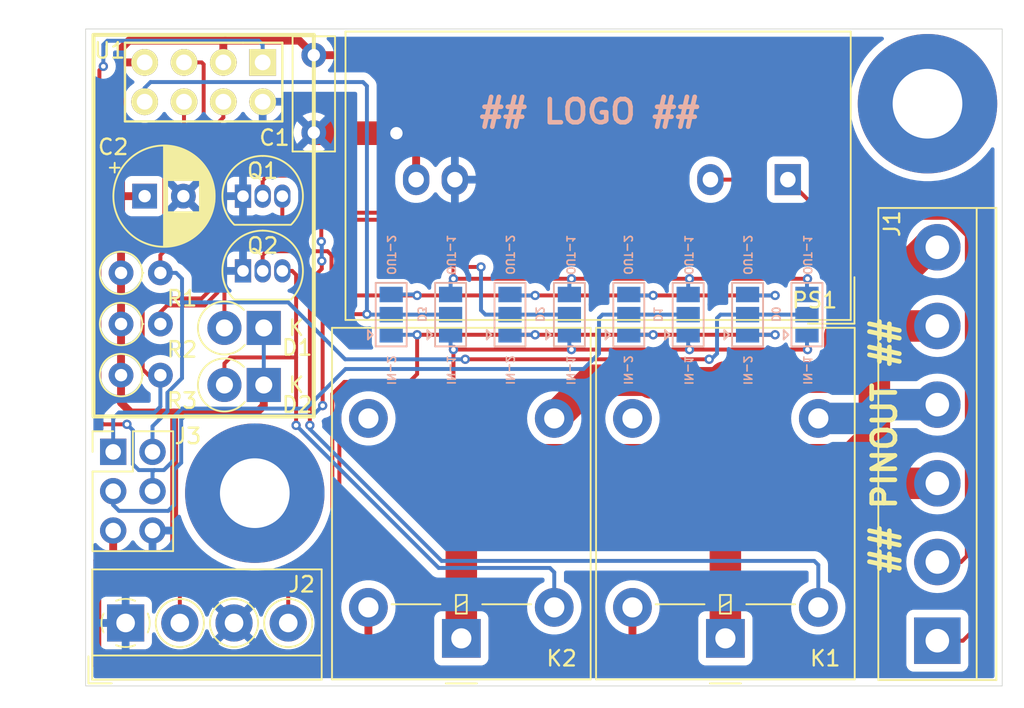
<source format=kicad_pcb>
(kicad_pcb (version 20240108) (generator "pcbnew") (generator_version "8.0")
  (layers (0 "F.Cu" signal) (31 "B.Cu" signal) (34 "B.Paste" user) (35 "F.Paste" user) (36 "B.SilkS" user "B.Silkscreen") (37 "F.SilkS" user "F.Silkscreen") (38 "B.Mask" user) (39 "F.Mask" user) (44 "Edge.Cuts" user))
  (net 0 "")
  (net 1 "+3.3V")
  (net 2 "GND")
  (net 3 "Net-(D1-A)")
  (net 4 "Net-(D2-A)")
  (net 5 "/K2-1")
  (net 6 "/AC-N")
  (net 7 "/K1-2")
  (net 8 "/K2-2")
  (net 9 "/AC-L")
  (net 10 "/K1-1")
  (net 11 "/IN-2")
  (net 12 "/IN-1")
  (net 13 "/RST")
  (net 14 "/GPIO1")
  (net 15 "/GPIO3")
  (net 16 "/GPIO0")
  (net 17 "/OUT-1")
  (net 18 "/OUT-2")
  (net 19 "/GPIO2")
  (footprint "Capacitor_THT:CP_Radial_D6.3mm_P2.50mm" (layer "F.Cu") (at 128.143 95.758)
    (property "Reference" "C2" (at -2.032 -3.175 180) (layer "F.SilkS"))
    (property "Value" "100uF")
    (pad "1" thru_hole rect (at 0 0) (size 1.6 1.6) (drill 0.8) (layers "*.Cu" "*.Mask") (net 1 "+3.3V"))
    (pad "2" thru_hole circle (at 2.5 0) (size 1.6 1.6) (drill 0.8) (layers "*.Cu" "*.Mask") (net 2 "GND"))
  )
  (footprint "Diode_THT:D_DO-41_SOD81_P2.54mm_Vertical_KathodeUp" (layer "F.Cu") (at 135.834234 104.267 180)
    (property "Reference" "D1" (at -2.159 -1.27 180) (layer "F.SilkS"))
    (property "Value" "1N4007")
    (fp_text user "K" (at -2.1 0 180) (layer "F.SilkS"))
    (pad "1" thru_hole rect (at 0 0 180) (size 2.2 2.2) (drill 1.1) (layers "*.Cu" "*.Mask") (net 1 "+3.3V"))
    (pad "2" thru_hole oval (at 2.54 0 180) (size 2.2 2.2) (drill 1.1) (layers "*.Cu" "*.Mask") (net 3 "Net-(D1-A)"))
  )
  (footprint "TerminalBlock:TerminalBlock_bornier-6_P5.08mm" (layer "F.Cu") (at 179.324 124.46 90)
    (property "Reference" "J1" (at 26.924 -2.921 -90) (layer "F.SilkS"))
    (property "Value" "Screw_Terminal_01x06")
    (pad "1" thru_hole rect (at 0 0 90) (size 3 3) (drill 1.52) (layers "*.Cu" "*.Mask") (net 9 "/AC-L"))
    (pad "2" thru_hole circle (at 5.08 0 90) (size 3 3) (drill 1.52) (layers "*.Cu" "*.Mask") (net 6 "/AC-N"))
    (pad "3" thru_hole circle (at 10.16 0 90) (size 3 3) (drill 1.52) (layers "*.Cu" "*.Mask") (net 10 "/K1-1"))
    (pad "4" thru_hole circle (at 15.24 0 90) (size 3 3) (drill 1.52) (layers "*.Cu" "*.Mask") (net 7 "/K1-2"))
    (pad "5" thru_hole circle (at 20.32 0 90) (size 3 3) (drill 1.52) (layers "*.Cu" "*.Mask") (net 5 "/K2-1"))
    (pad "6" thru_hole circle (at 25.4 0 90) (size 3 3) (drill 1.52) (layers "*.Cu" "*.Mask") (net 8 "/K2-2"))
  )
  (footprint "TerminalBlock_4Ucon:TerminalBlock_4Ucon_1x04_P3.50mm_Horizontal" (layer "F.Cu") (at 126.914 123.317)
    (property "Reference" "J2" (at 11.3636 -2.4892 0) (layer "F.SilkS"))
    (property "Value" "Screw_Terminal_01x04")
    (pad "1" thru_hole rect (at 0 0) (size 2.4 2.4) (drill 1.2) (layers "*.Cu" "*.Mask") (net 2 "GND"))
    (pad "2" thru_hole circle (at 3.5 0) (size 2.4 2.4) (drill 1.2) (layers "*.Cu" "*.Mask") (net 11 "/IN-2"))
    (pad "3" thru_hole circle (at 7 0) (size 2.4 2.4) (drill 1.2) (layers "*.Cu" "*.Mask") (net 2 "GND"))
    (pad "4" thru_hole circle (at 10.5 0) (size 2.4 2.4) (drill 1.2) (layers "*.Cu" "*.Mask") (net 12 "/IN-1"))
  )
  (footprint "Relay_THT:Relay_SPDT_Omron-G5LE-1" (layer "F.Cu") (at 165.639 124.309 180)
    (property "Reference" "K1" (at -6.446 -1.294 180) (layer "F.SilkS"))
    (property "Value" "Relay_SPDT")
    (pad "1" thru_hole rect (at 0 0 180) (size 2.5 2.5) (drill 1.3) (layers "*.Cu" "*.Mask") (net 10 "/K1-1"))
    (pad "2" thru_hole oval (at -6 2 180) (size 2.5 2.5) (drill 1.3) (layers "*.Cu" "*.Mask") (net 3 "Net-(D1-A)"))
    (pad "3" thru_hole oval (at -6 14.2 180) (size 2.5 2.5) (drill 1.3) (layers "*.Cu" "*.Mask") (net 7 "/K1-2"))
    (pad "4" thru_hole oval (at 6 14.2 180) (size 2.5 2.5) (drill 1.3) (layers "*.Cu" "*.Mask"))
    (pad "5" thru_hole oval (at 6 2 180) (size 2.5 2.5) (drill 1.3) (layers "*.Cu" "*.Mask") (net 1 "+3.3V"))
  )
  (footprint "ESP8266:ESP-01" (layer "F.Cu") (at 135.763 87.122 -90)
    (property "Reference" "U1" (at -0.762 9.8806 180) (layer "F.SilkS"))
    (property "Value" "ESP-01")
    (pad "1" thru_hole rect (at 0 0 270) (size 1.7272 1.7272) (drill 1.016) (layers "*.Cu" "*.Mask" "F.SilkS") (net 14 "/GPIO1"))
    (pad "2" thru_hole oval (at 2.54 0 270) (size 1.7272 1.7272) (drill 1.016) (layers "*.Cu" "*.Mask" "F.SilkS") (net 2 "GND"))
    (pad "3" thru_hole oval (at 0 2.54 270) (size 1.7272 1.7272) (drill 1.016) (layers "*.Cu" "*.Mask" "F.SilkS") (net 1 "+3.3V"))
    (pad "4" thru_hole oval (at 2.54 2.54 270) (size 1.7272 1.7272) (drill 1.016) (layers "*.Cu" "*.Mask" "F.SilkS") (net 19 "/GPIO2"))
    (pad "5" thru_hole oval (at 0 5.08 270) (size 1.7272 1.7272) (drill 1.016) (layers "*.Cu" "*.Mask" "F.SilkS") (net 13 "/RST"))
    (pad "6" thru_hole oval (at 2.54 5.08 270) (size 1.7272 1.7272) (drill 1.016) (layers "*.Cu" "*.Mask" "F.SilkS") (net 16 "/GPIO0"))
    (pad "7" thru_hole oval (at 0 7.62 270) (size 1.7272 1.7272) (drill 1.016) (layers "*.Cu" "*.Mask" "F.SilkS") (net 1 "+3.3V"))
    (pad "8" thru_hole oval (at 2.54 7.62 270) (size 1.7272 1.7272) (drill 1.016) (layers "*.Cu" "*.Mask" "F.SilkS") (net 15 "/GPIO3"))
  )
  (footprint "Diode_THT:D_DO-41_SOD81_P2.54mm_Vertical_KathodeUp" (layer "F.Cu") (at 135.834234 107.95 180)
    (property "Reference" "D2" (at -2.159 -1.27 180) (layer "F.SilkS"))
    (property "Value" "1N4007")
    (fp_text user "K" (at -2.1 0 180) (layer "F.SilkS"))
    (pad "1" thru_hole rect (at 0 0 180) (size 2.2 2.2) (drill 1.1) (layers "*.Cu" "*.Mask") (net 1 "+3.3V"))
    (pad "2" thru_hole oval (at 2.54 0 180) (size 2.2 2.2) (drill 1.1) (layers "*.Cu" "*.Mask") (net 4 "Net-(D2-A)"))
  )
  (footprint "Package_TO_SOT_THT:TO-92_Inline" (layer "F.Cu") (at 134.493 100.584)
    (property "Reference" "Q2" (at 1.27 -1.63 0) (layer "F.SilkS"))
    (property "Value" "2N7000")
    (pad "1" thru_hole rect (at 0 0) (size 1.05 1.5) (drill 0.75) (layers "*.Cu" "*.Mask") (net 2 "GND"))
    (pad "2" thru_hole oval (at 1.27 0) (size 1.05 1.5) (drill 0.75) (layers "*.Cu" "*.Mask") (net 18 "/OUT-2"))
    (pad "3" thru_hole oval (at 2.54 0) (size 1.05 1.5) (drill 0.75) (layers "*.Cu" "*.Mask") (net 4 "Net-(D2-A)"))
  )
  (footprint "MountingHole:MountingHole_4.5mm_Pad_TopBottom" (layer "F.Cu") (at 135.255 114.935)
    (property "Reference" "H1" (hide yes))
    (property "Value" "MountingHole")
    (pad "1" thru_hole circle (at 0 0) (size 4.9 4.9) (drill 4.5) (layers "*.Cu" "*.Mask"))
    (pad "1" connect circle (at 0 0) (size 9 9) (layers "F.Cu" "F.Mask"))
    (pad "1" connect circle (at 0 0) (size 9 9) (layers "B.Cu" "B.Mask"))
  )
  (footprint "Relay_THT:Relay_SPDT_Omron-G5LE-1" (layer "F.Cu") (at 148.59 124.309 180)
    (property "Reference" "K2" (at -6.477 -1.294 0) (layer "F.SilkS"))
    (property "Value" "Relay_SPDT")
    (pad "1" thru_hole rect (at 0 0 180) (size 2.5 2.5) (drill 1.3) (layers "*.Cu" "*.Mask") (net 5 "/K2-1"))
    (pad "2" thru_hole oval (at -6 2 180) (size 2.5 2.5) (drill 1.3) (layers "*.Cu" "*.Mask") (net 4 "Net-(D2-A)"))
    (pad "3" thru_hole oval (at -6 14.2 180) (size 2.5 2.5) (drill 1.3) (layers "*.Cu" "*.Mask") (net 8 "/K2-2"))
    (pad "4" thru_hole oval (at 6 14.2 180) (size 2.5 2.5) (drill 1.3) (layers "*.Cu" "*.Mask"))
    (pad "5" thru_hole oval (at 6 2 180) (size 2.5 2.5) (drill 1.3) (layers "*.Cu" "*.Mask") (net 1 "+3.3V"))
  )
  (footprint "MountingHole:MountingHole_4.5mm_Pad_TopBottom" (layer "F.Cu") (at 178.689 89.789)
    (property "Reference" "H2" (hide yes))
    (property "Value" "MountingHole")
    (pad "1" thru_hole circle (at 0 0) (size 4.9 4.9) (drill 4.5) (layers "*.Cu" "*.Mask"))
    (pad "1" connect circle (at 0 0) (size 9 9) (layers "F.Cu" "F.Mask"))
    (pad "1" connect circle (at 0 0) (size 9 9) (layers "B.Cu" "B.Mask"))
  )
  (footprint "Resistor_THT:R_Axial_DIN0207_L6.3mm_D2.5mm_P2.54mm_Vertical" (layer "F.Cu") (at 126.619 104.013)
    (property "Reference" "R2" (at 3.937 1.651 0) (layer "F.SilkS"))
    (property "Value" "10k")
    (pad "1" thru_hole circle (at 0 0) (size 1.6 1.6) (drill 0.8) (layers "*.Cu" "*.Mask") (net 1 "+3.3V"))
    (pad "2" thru_hole oval (at 2.54 0) (size 1.6 1.6) (drill 0.8) (layers "*.Cu" "*.Mask") (net 19 "/GPIO2"))
  )
  (footprint "Capacitor_THT:C_Rect_L7.2mm_W2.5mm_P5.00mm_FKS2_FKP2_MKS2_MKP2" (layer "F.Cu") (at 139.065 86.654 -90)
    (property "Reference" "C1" (at 5.334 2.54 180) (layer "F.SilkS"))
    (property "Value" "100nF")
    (pad "1" thru_hole circle (at 0 0 270) (size 1.6 1.6) (drill 0.8) (layers "*.Cu" "*.Mask") (net 1 "+3.3V"))
    (pad "2" thru_hole circle (at 5 0 270) (size 1.6 1.6) (drill 0.8) (layers "*.Cu" "*.Mask") (net 2 "GND"))
  )
  (footprint "Resistor_THT:R_Axial_DIN0207_L6.3mm_D2.5mm_P2.54mm_Vertical" (layer "F.Cu") (at 126.619 107.315)
    (property "Reference" "R3" (at 3.937 1.651 0) (layer "F.SilkS"))
    (property "Value" "10k")
    (pad "1" thru_hole circle (at 0 0) (size 1.6 1.6) (drill 0.8) (layers "*.Cu" "*.Mask") (net 1 "+3.3V"))
    (pad "2" thru_hole oval (at 2.54 0) (size 1.6 1.6) (drill 0.8) (layers "*.Cu" "*.Mask") (net 13 "/RST"))
  )
  (footprint "Connector_PinHeader_2.54mm:PinHeader_2x03_P2.54mm_Vertical" (layer "F.Cu") (at 126.111 112.268)
    (property "Reference" "J3" (at 4.826 -1.016 0) (layer "F.SilkS"))
    (property "Value" "Conn_02x03_Odd_Even")
    (pad "1" thru_hole rect (at 0 0) (size 1.7 1.7) (drill 1) (layers "*.Cu" "*.Mask") (net 13 "/RST"))
    (pad "2" thru_hole oval (at 2.54 0) (size 1.7 1.7) (drill 1) (layers "*.Cu" "*.Mask") (net 16 "/GPIO0"))
    (pad "3" thru_hole oval (at 0 2.54) (size 1.7 1.7) (drill 1) (layers "*.Cu" "*.Mask") (net 15 "/GPIO3"))
    (pad "4" thru_hole oval (at 2.54 2.54) (size 1.7 1.7) (drill 1) (layers "*.Cu" "*.Mask") (net 14 "/GPIO1"))
    (pad "5" thru_hole oval (at 0 5.08) (size 1.7 1.7) (drill 1) (layers "*.Cu" "*.Mask") (net 1 "+3.3V"))
    (pad "6" thru_hole oval (at 2.54 5.08) (size 1.7 1.7) (drill 1) (layers "*.Cu" "*.Mask") (net 2 "GND"))
  )
  (footprint "Converter_ACDC:Converter_ACDC_Hi-Link_HLK-2Mxx" (layer "F.Cu") (at 169.672 94.6912 180)
    (property "Reference" "PS1" (at -1.731 -7.7935 180) (layer "F.SilkS"))
    (property "Value" "HLK-2M03")
    (pad "1" thru_hole rect (at 0 0 180) (size 1.7 2) (drill 1) (layers "*.Cu" "*.Mask") (net 9 "/AC-L"))
    (pad "2" thru_hole oval (at 5 0 180) (size 1.7 2) (drill 1) (layers "*.Cu" "*.Mask") (net 6 "/AC-N"))
    (pad "3" thru_hole oval (at 21.5 0 180) (size 1.7 2) (drill 1) (layers "*.Cu" "*.Mask") (net 2 "GND"))
    (pad "4" thru_hole oval (at 24 0 180) (size 1.7 2) (drill 1) (layers "*.Cu" "*.Mask") (net 1 "+3.3V"))
  )
  (footprint "Package_TO_SOT_THT:TO-92_Inline" (layer "F.Cu") (at 134.493 95.758)
    (property "Reference" "Q1" (at 1.27 -1.63 0) (layer "F.SilkS"))
    (property "Value" "2N7000")
    (pad "1" thru_hole rect (at 0 0) (size 1.05 1.5) (drill 0.75) (layers "*.Cu" "*.Mask") (net 2 "GND"))
    (pad "2" thru_hole oval (at 1.27 0) (size 1.05 1.5) (drill 0.75) (layers "*.Cu" "*.Mask") (net 17 "/OUT-1"))
    (pad "3" thru_hole oval (at 2.54 0) (size 1.05 1.5) (drill 0.75) (layers "*.Cu" "*.Mask") (net 3 "Net-(D1-A)"))
  )
  (footprint "Resistor_THT:R_Axial_DIN0207_L6.3mm_D2.5mm_P2.54mm_Vertical" (layer "F.Cu") (at 126.619 100.711)
    (property "Reference" "R1" (at 3.937 1.651 0) (layer "F.SilkS"))
    (property "Value" "10k")
    (pad "1" thru_hole circle (at 0 0) (size 1.6 1.6) (drill 0.8) (layers "*.Cu" "*.Mask") (net 1 "+3.3V"))
    (pad "2" thru_hole oval (at 2.54 0) (size 1.6 1.6) (drill 0.8) (layers "*.Cu" "*.Mask") (net 16 "/GPIO0"))
  )
  (footprint "Jumper:SolderJumper-3_P1.3mm_Open_Pad1.0x1.5mm" (layer "B.Cu") (at 167.072 103.408 90)
    (property "Reference" "JP2" (hide yes))
    (property "Value" "SolderJumper_3_Open")
    (pad "1" smd rect (at -1.3 0 90) (size 1 1.5) (layers "B.Cu" "B.Mask") (net 11 "/IN-2"))
    (pad "2" smd rect (at 0 0 90) (size 1 1.5) (layers "B.Cu" "B.Mask") (net 16 "/GPIO0"))
    (pad "3" smd rect (at 1.3 0 90) (size 1 1.5) (layers "B.Cu" "B.Mask") (net 18 "/OUT-2"))
  )
  (footprint "Jumper:SolderJumper-3_P1.3mm_Open_Pad1.0x1.5mm" (layer "B.Cu") (at 155.567 103.408 90)
    (property "Reference" "JP5" (hide yes))
    (property "Value" "SolderJumper_3_Open")
    (pad "1" smd rect (at -1.3 0 90) (size 1 1.5) (layers "B.Cu" "B.Mask") (net 12 "/IN-1"))
    (pad "2" smd rect (at 0 0 90) (size 1 1.5) (layers "B.Cu" "B.Mask") (net 19 "/GPIO2"))
    (pad "3" smd rect (at 1.3 0 90) (size 1 1.5) (layers "B.Cu" "B.Mask") (net 17 "/OUT-1"))
  )
  (footprint "Jumper:SolderJumper-3_P1.3mm_Open_Pad1.0x1.5mm" (layer "B.Cu") (at 170.907 103.408 90)
    (property "Reference" "JP1" (hide yes))
    (property "Value" "SolderJumper_3_Open")
    (pad "1" smd rect (at -1.3 0 90) (size 1 1.5) (layers "B.Cu" "B.Mask") (net 12 "/IN-1"))
    (pad "2" smd rect (at 0 0 90) (size 1 1.5) (layers "B.Cu" "B.Mask") (net 16 "/GPIO0"))
    (pad "3" smd rect (at 1.3 0 90) (size 1 1.5) (layers "B.Cu" "B.Mask") (net 17 "/OUT-1"))
  )
  (footprint "Jumper:SolderJumper-3_P1.3mm_Open_Pad1.0x1.5mm" (layer "B.Cu") (at 144.062 103.408 90)
    (property "Reference" "JP8" (hide yes))
    (property "Value" "SolderJumper_3_Open")
    (pad "1" smd rect (at -1.3 0 90) (size 1 1.5) (layers "B.Cu" "B.Mask") (net 11 "/IN-2"))
    (pad "2" smd rect (at 0 0 90) (size 1 1.5) (layers "B.Cu" "B.Mask") (net 15 "/GPIO3"))
    (pad "3" smd rect (at 1.3 0 90) (size 1 1.5) (layers "B.Cu" "B.Mask") (net 18 "/OUT-2"))
  )
  (footprint "Jumper:SolderJumper-3_P1.3mm_Open_Pad1.0x1.5mm" (layer "B.Cu") (at 147.897 103.408 90)
    (property "Reference" "JP7" (hide yes))
    (property "Value" "SolderJumper_3_Open")
    (pad "1" smd rect (at -1.3 0 90) (size 1 1.5) (layers "B.Cu" "B.Mask") (net 12 "/IN-1"))
    (pad "2" smd rect (at 0 0 90) (size 1 1.5) (layers "B.Cu" "B.Mask") (net 15 "/GPIO3"))
    (pad "3" smd rect (at 1.3 0 90) (size 1 1.5) (layers "B.Cu" "B.Mask") (net 17 "/OUT-1"))
  )
  (footprint "Jumper:SolderJumper-3_P1.3mm_Open_Pad1.0x1.5mm" (layer "B.Cu") (at 163.237 103.408 90)
    (property "Reference" "JP3" (hide yes))
    (property "Value" "SolderJumper_3_Open")
    (pad "1" smd rect (at -1.3 0 90) (size 1 1.5) (layers "B.Cu" "B.Mask") (net 12 "/IN-1"))
    (pad "2" smd rect (at 0 0 90) (size 1 1.5) (layers "B.Cu" "B.Mask") (net 14 "/GPIO1"))
    (pad "3" smd rect (at 1.3 0 90) (size 1 1.5) (layers "B.Cu" "B.Mask") (net 17 "/OUT-1"))
  )
  (footprint "Jumper:SolderJumper-3_P1.3mm_Open_Pad1.0x1.5mm" (layer "B.Cu") (at 159.402 103.408 90)
    (property "Reference" "JP4" (hide yes))
    (property "Value" "SolderJumper_3_Open")
    (pad "1" smd rect (at -1.3 0 90) (size 1 1.5) (layers "B.Cu" "B.Mask") (net 11 "/IN-2"))
    (pad "2" smd rect (at 0 0 90) (size 1 1.5) (layers "B.Cu" "B.Mask") (net 14 "/GPIO1"))
    (pad "3" smd rect (at 1.3 0 90) (size 1 1.5) (layers "B.Cu" "B.Mask") (net 18 "/OUT-2"))
  )
  (footprint "Jumper:SolderJumper-3_P1.3mm_Open_Pad1.0x1.5mm" (layer "B.Cu") (at 151.732 103.408 90)
    (property "Reference" "JP6" (hide yes))
    (property "Value" "SolderJumper_3_Open")
    (pad "1" smd rect (at -1.3 0 90) (size 1 1.5) (layers "B.Cu" "B.Mask") (net 11 "/IN-2"))
    (pad "2" smd rect (at 0 0 90) (size 1 1.5) (layers "B.Cu" "B.Mask") (net 19 "/GPIO2"))
    (pad "3" smd rect (at 1.3 0 90) (size 1 1.5) (layers "B.Cu" "B.Mask") (net 18 "/OUT-2"))
  )
  (gr_rect (start 124.333 84.963) (end 183.515 127.381) (stroke (width 0.05)) (fill none) (layer "Edge.Cuts"))
  (gr_text "IN-1" (at 147.6248 108.0008 -90) (layer "B.SilkS") (effects (font (size 0.508 0.508) (thickness 0.1016) (bold yes)) (justify left bottom mirror)))
  (gr_text "OUT-2" (at 151.4348 100.8888 -90) (layer "B.SilkS") (effects (font (size 0.508 0.508) (thickness 0.1016) (bold yes)) (justify left bottom mirror)))
  (gr_text "D2" (at 153.356 103.946 -90) (layer "B.SilkS") (effects (font (size 0.508 0.508) (thickness 0.1016) (bold yes)) (justify left bottom mirror)))
  (gr_text "IN-2" (at 143.764 108.01 -90) (layer "B.SilkS") (effects (font (size 0.508 0.508) (thickness 0.1016) (bold yes)) (justify left bottom mirror)))
  (gr_text "OUT-2" (at 159.0548 100.8888 -90) (layer "B.SilkS") (effects (font (size 0.508 0.508) (thickness 0.1016) (bold yes)) (justify left bottom mirror)))
  (gr_text "D0" (at 168.596 103.946 -90) (layer "B.SilkS") (effects (font (size 0.508 0.508) (thickness 0.1016) (bold yes)) (justify left bottom mirror)))
  (gr_text "OUT-2" (at 143.764 100.898 -90) (layer "B.SilkS") (effects (font (size 0.508 0.508) (thickness 0.1016) (bold yes)) (justify left bottom mirror)))
  (gr_text "IN-2" (at 159.0548 108.0008 -90) (layer "B.SilkS") (effects (font (size 0.508 0.508) (thickness 0.1016) (bold yes)) (justify left bottom mirror)))
  (gr_text "OUT-1" (at 155.3464 100.898 -90) (layer "B.SilkS") (effects (font (size 0.508 0.508) (thickness 0.1016) (bold yes)) (justify left bottom mirror)))
  (gr_text "IN-1" (at 170.6372 108.0008 -90) (layer "B.SilkS") (effects (font (size 0.508 0.508) (thickness 0.1016) (bold yes)) (justify left bottom mirror)))
  (gr_text "OUT-1" (at 162.9664 100.898 -90) (layer "B.SilkS") (effects (font (size 0.508 0.508) (thickness 0.1016) (bold yes)) (justify left bottom mirror)))
  (gr_text "## LOGO ##" (at 149.606 91.186 0) (layer "B.SilkS") (effects (font (size 1.5 1.5) (thickness 0.3) (bold yes)) (justify left bottom)))
  (gr_text "D1" (at 160.976 103.946 -90) (layer "B.SilkS") (effects (font (size 0.508 0.508) (thickness 0.1016) (bold yes)) (justify left bottom mirror)))
  (gr_text "IN-2" (at 166.7764 108.01 -90) (layer "B.SilkS") (effects (font (size 0.508 0.508) (thickness 0.1016) (bold yes)) (justify left bottom mirror)))
  (gr_text "OUT-1" (at 147.6248 100.8888 -90) (layer "B.SilkS") (effects (font (size 0.508 0.508) (thickness 0.1016) (bold yes)) (justify left bottom mirror)))
  (gr_text "OUT-1" (at 170.6372 100.8888 -90) (layer "B.SilkS") (effects (font (size 0.508 0.508) (thickness 0.1016) (bold yes)) (justify left bottom mirror)))
  (gr_text "IN-1" (at 155.3464 108.01 -90) (layer "B.SilkS") (effects (font (size 0.508 0.508) (thickness 0.1016) (bold yes)) (justify left bottom mirror)))
  (gr_text "IN-1" (at 162.9664 108.01 -90) (layer "B.SilkS") (effects (font (size 0.508 0.508) (thickness 0.1016) (bold yes)) (justify left bottom mirror)))
  (gr_text "OUT-2" (at 166.7764 100.898 -90) (layer "B.SilkS") (effects (font (size 0.508 0.508) (thickness 0.1016) (bold yes)) (justify left bottom mirror)))
  (gr_text "D3" (at 145.736 103.946 -90) (layer "B.SilkS") (effects (font (size 0.508 0.508) (thickness 0.1016) (bold yes)) (justify left bottom mirror)))
  (gr_text "IN-2" (at 151.4348 108.0008 -90) (layer "B.SilkS") (effects (font (size 0.508 0.508) (thickness 0.1016) (bold yes)) (justify left bottom mirror)))
  (gr_text "## PINOUT ##" (at 176.784 120.269 90) (layer "F.SilkS") (effects (font (size 1.5 1.5) (thickness 0.3) (bold yes)) (justify left bottom)))
  (segment (start 126.619 104.013) (end 126.619 100.711) (width 0.508) (layer "F.Cu") (net 1))
  (segment (start 133.223 85.844) (end 133.35 85.717) (width 0.508) (layer "F.Cu") (net 1))
  (segment (start 128.143 95.758) (end 126.619 95.758) (width 0.508) (layer "F.Cu") (net 1))
  (segment (start 126.619 109.093) (end 126.619 107.315) (width 0.508) (layer "F.Cu") (net 1))
  (segment (start 130.048 118.364) (end 129.54 118.872) (width 0.508) (layer "F.Cu") (net 1))
  (segment (start 142.494 126.492) (end 159.258 126.492) (width 0.508) (layer "F.Cu") (net 1))
  (segment (start 126.619 86.233) (end 127.135 85.717) (width 0.508) (layer "F.Cu") (net 1))
  (segment (start 133.223 87.122) (end 133.223 85.844) (width 0.508) (layer "F.Cu") (net 1))
  (segment (start 130.048 109.728) (end 127.254 109.728) (width 0.508) (layer "F.Cu") (net 1))
  (segment (start 142.59 126.396) (end 142.59 122.309) (width 0.508) (layer "F.Cu") (net 1))
  (segment (start 145.672 94.6912) (end 145.672 87.252) (width 0.508) (layer "F.Cu") (net 1))
  (segment (start 125.476 118.872) (end 125.087 119.261) (width 0.508) (layer "F.Cu") (net 1))
  (segment (start 125.087 126.103) (end 125.476 126.492) (width 0.508) (layer "F.Cu") (net 1))
  (segment (start 129.54 118.872) (end 126.238 118.872) (width 0.508) (layer "F.Cu") (net 1))
  (segment (start 135.834234 107.95) (end 135.834234 109.275766) (width 0.508) (layer "F.Cu") (net 1))
  (segment (start 126.619 87.122) (end 126.619 86.233) (width 0.508) (layer "F.Cu") (net 1))
  (segment (start 130.048 109.728) (end 130.048 118.364) (width 0.508) (layer "F.Cu") (net 1))
  (segment (start 135.834234 109.275766) (end 135.382 109.728) (width 0.508) (layer "F.Cu") (net 1))
  (segment (start 126.619 100.711) (end 126.619 95.758) (width 0.508) (layer "F.Cu") (net 1))
  (segment (start 135.382 109.728) (end 130.048 109.728) (width 0.508) (layer "F.Cu") (net 1))
  (segment (start 125.476 126.492) (end 142.494 126.492) (width 0.508) (layer "F.Cu") (net 1))
  (segment (start 126.111 117.348) (end 126.111 118.745) (width 0.508) (layer "F.Cu") (net 1))
  (segment (start 126.619 95.758) (end 126.619 87.122) (width 0.508) (layer "F.Cu") (net 1))
  (segment (start 138.128 85.717) (end 139.065 86.654) (width 0.508) (layer "F.Cu") (net 1))
  (segment (start 126.619 87.122) (end 128.143 87.122) (width 0.508) (layer "F.Cu") (net 1))
  (segment (start 142.494 126.492) (end 142.59 126.396) (width 0.508) (layer "F.Cu") (net 1))
  (segment (start 133.35 85.717) (end 138.128 85.717) (width 0.508) (layer "F.Cu") (net 1))
  (segment (start 145.672 87.252) (end 145.074 86.654) (width 0.508) (layer "F.Cu") (net 1))
  (segment (start 126.619 107.315) (end 126.619 104.013) (width 0.508) (layer "F.Cu") (net 1))
  (segment (start 159.258 126.492) (end 159.639 126.111) (width 0.508) (layer "F.Cu") (net 1))
  (segment (start 159.639 126.111) (end 159.639 122.309) (width 0.508) (layer "F.Cu") (net 1))
  (segment (start 145.074 86.654) (end 139.065 86.654) (width 0.508) (layer "F.Cu") (net 1))
  (segment (start 127.254 109.728) (end 126.619 109.093) (width 0.508) (layer "F.Cu") (net 1))
  (segment (start 125.087 119.261) (end 125.087 126.103) (width 0.508) (layer "F.Cu") (net 1))
  (segment (start 126.111 118.745) (end 126.238 118.872) (width 0.508) (layer "F.Cu") (net 1))
  (segment (start 126.238 118.872) (end 125.476 118.872) (width 0.508) (layer "F.Cu") (net 1))
  (segment (start 127.135 85.717) (end 133.35 85.717) (width 0.508) (layer "F.Cu") (net 1))
  (segment (start 135.834234 104.267) (end 135.834234 107.95) (width 0.254) (layer "B.Cu") (net 1))
  (segment (start 139.105 91.694) (end 139.065 91.654) (width 1.524) (layer "F.Cu") (net 2))
  (segment (start 144.399 91.694) (end 139.105 91.694) (width 1.524) (layer "F.Cu") (net 2))
  (via (at 144.399 91.694) (size 1.6) (drill 0.8) (layers "F.Cu" "B.Cu") (net 2))
  (segment (start 138.808711 101.221289) (end 139.578144 100.451856) (width 0.254) (layer "F.Cu") (net 3))
  (segment (start 139.5476 97.536) (end 139.2936 97.282) (width 0.254) (layer "F.Cu") (net 3))
  (segment (start 139.578144 100.451856) (end 139.578144 99.941) (width 0.254) (layer "F.Cu") (net 3))
  (segment (start 133.5405 97.282) (end 137.033 97.282) (width 0.254) (layer "F.Cu") (net 3))
  (segment (start 133.294234 104.267) (end 133.294234 97.528266) (width 0.254) (layer "F.Cu") (net 3))
  (segment (start 137.033 95.758) (end 137.033 97.282) (width 0.254) (layer "F.Cu") (net 3))
  (segment (start 139.5476 98.687) (end 139.5476 97.536) (width 0.254) (layer "F.Cu") (net 3))
  (segment (start 138.808711 110.554999) (end 138.808711 101.221289) (width 0.254) (layer "F.Cu") (net 3))
  (segment (start 139.2936 97.282) (end 137.033 97.282) (width 0.254) (layer "F.Cu") (net 3))
  (segment (start 133.294234 97.528266) (end 133.5405 97.282) (width 0.254) (layer "F.Cu") (net 3))
  (via (at 139.578144 99.941) (size 0.6) (drill 0.3) (layers "F.Cu" "B.Cu") (net 3))
  (via (at 139.5476 98.687) (size 0.6) (drill 0.3) (layers "F.Cu" "B.Cu") (net 3))
  (via (at 138.808711 110.554999) (size 0.6) (drill 0.3) (layers "F.Cu" "B.Cu") (net 3))
  (segment (start 139.5476 98.687) (end 139.578144 98.717544) (width 0.254) (layer "B.Cu") (net 3))
  (segment (start 171.639 119.569) (end 171.378 119.308) (width 0.254) (layer "B.Cu") (net 3))
  (segment (start 171.378 119.308) (end 147.317052 119.308) (width 0.254) (layer "B.Cu") (net 3))
  (segment (start 138.808711 110.799659) (end 138.808711 110.554999) (width 0.254) (layer "B.Cu") (net 3))
  (segment (start 171.639 122.309) (end 171.639 119.569) (width 0.254) (layer "B.Cu") (net 3))
  (segment (start 147.317052 119.308) (end 138.808711 110.799659) (width 0.254) (layer "B.Cu") (net 3))
  (segment (start 139.578144 98.717544) (end 139.578144 99.941) (width 0.254) (layer "B.Cu") (net 3))
  (segment (start 137.922 106.172) (end 137.922 100.838) (width 0.254) (layer "F.Cu") (net 4))
  (segment (start 137.922 100.838) (end 137.668 100.584) (width 0.254) (layer "F.Cu") (net 4))
  (segment (start 133.294234 107.95) (end 133.294234 106.565066) (width 0.254) (layer "F.Cu") (net 4))
  (segment (start 133.6873 106.172) (end 137.922 106.172) (width 0.254) (layer "F.Cu") (net 4))
  (segment (start 137.668 100.584) (end 137.033 100.584) (width 0.254) (layer "F.Cu") (net 4))
  (segment (start 133.294234 106.565066) (end 133.6873 106.172) (width 0.254) (layer "F.Cu") (net 4))
  (segment (start 137.922 110.555) (end 137.922 106.172) (width 0.254) (layer "F.Cu") (net 4))
  (via (at 137.922 110.555) (size 0.6) (drill 0.3) (layers "F.Cu" "B.Cu") (net 4))
  (segment (start 154.59 122.309) (end 154.59 120.046) (width 0.254) (layer "B.Cu") (net 4))
  (segment (start 147.128999 119.762) (end 137.922 110.555001) (width 0.254) (layer "B.Cu") (net 4))
  (segment (start 154.306 119.762) (end 147.128999 119.762) (width 0.254) (layer "B.Cu") (net 4))
  (segment (start 137.922 110.555001) (end 137.922 110.555) (width 0.254) (layer "B.Cu") (net 4))
  (segment (start 154.59 120.046) (end 154.306 119.762) (width 0.254) (layer "B.Cu") (net 4))
  (segment (start 148.59 114.046) (end 148.59 124.309) (width 2.032) (layer "F.Cu") (net 5))
  (segment (start 175.26 105.664) (end 175.26 111.252) (width 2.032) (layer "F.Cu") (net 5))
  (segment (start 149.86 112.776) (end 148.59 114.046) (width 2.032) (layer "F.Cu") (net 5))
  (segment (start 175.26 111.252) (end 173.736 112.776) (width 2.032) (layer "F.Cu") (net 5))
  (segment (start 176.784 104.14) (end 175.26 105.664) (width 2.032) (layer "F.Cu") (net 5))
  (segment (start 179.324 104.14) (end 176.784 104.14) (width 2.032) (layer "F.Cu") (net 5))
  (segment (start 173.736 112.776) (end 149.86 112.776) (width 2.032) (layer "F.Cu") (net 5))
  (segment (start 166.3192 94.6912) (end 168.783 97.155) (width 0.254) (layer "F.Cu") (net 6))
  (segment (start 181.229 118.999) (end 180.848 119.38) (width 0.254) (layer "F.Cu") (net 6))
  (segment (start 180.078948 97.155) (end 181.229 98.305052) (width 0.254) (layer "F.Cu") (net 6))
  (segment (start 181.229 98.305052) (end 181.229 118.999) (width 0.254) (layer "F.Cu") (net 6))
  (segment (start 164.672 94.6912) (end 166.3192 94.6912) (width 0.254) (layer "F.Cu") (net 6))
  (segment (start 180.848 119.38) (end 179.324 119.38) (width 0.254) (layer "F.Cu") (net 6))
  (segment (start 168.783 97.155) (end 180.078948 97.155) (width 0.254) (layer "F.Cu") (net 6))
  (segment (start 175.768 109.22) (end 174.879 110.109) (width 2.032) (layer "B.Cu") (net 7))
  (segment (start 174.879 110.109) (end 171.639 110.109) (width 2.032) (layer "B.Cu") (net 7))
  (segment (start 179.324 109.22) (end 175.768 109.22) (width 2.032) (layer "B.Cu") (net 7))
  (segment (start 154.59 110.109) (end 157.056 107.643) (width 2.032) (layer "F.Cu") (net 8))
  (segment (start 165.584948 107.442) (end 172.212 107.442) (width 2.032) (layer "F.Cu") (net 8))
  (segment (start 173.028 106.626) (end 173.028 104.739476) (width 2.032) (layer "F.Cu") (net 8))
  (segment (start 160.660451 107.643) (end 160.824451 107.807) (width 2.032) (layer "F.Cu") (net 8))
  (segment (start 172.212 107.442) (end 173.028 106.626) (width 2.032) (layer "F.Cu") (net 8))
  (segment (start 160.824451 107.807) (end 165.219948 107.807) (width 2.032) (layer "F.Cu") (net 8))
  (segment (start 173.028 104.739476) (end 178.707476 99.06) (width 2.032) (layer "F.Cu") (net 8))
  (segment (start 165.219948 107.807) (end 165.584948 107.442) (width 2.032) (layer "F.Cu") (net 8))
  (segment (start 178.707476 99.06) (end 179.324 99.06) (width 2.032) (layer "F.Cu") (net 8))
  (segment (start 157.056 107.643) (end 160.660451 107.643) (width 2.032) (layer "F.Cu") (net 8))
  (segment (start 180.975 124.46) (end 181.683 123.752) (width 0.254) (layer "F.Cu") (net 9))
  (segment (start 181.683 123.752) (end 181.683 98.117) (width 0.254) (layer "F.Cu") (net 9))
  (segment (start 181.683 98.117) (end 180.267 96.701) (width 0.254) (layer "F.Cu") (net 9))
  (segment (start 179.324 124.46) (end 180.975 124.46) (width 0.254) (layer "F.Cu") (net 9))
  (segment (start 171.6818 96.701) (end 169.672 94.6912) (width 0.254) (layer "F.Cu") (net 9))
  (segment (start 180.267 96.701) (end 171.6818 96.701) (width 0.254) (layer "F.Cu") (net 9))
  (segment (start 165.639 124.309) (end 165.639 116.247) (width 2.032) (layer "F.Cu") (net 10))
  (segment (start 165.639 116.247) (end 166.878 115.008) (width 2.032) (layer "F.Cu") (net 10))
  (segment (start 166.878 115.008) (end 174.660524 115.008) (width 2.032) (layer "F.Cu") (net 10))
  (segment (start 174.660524 115.008) (end 175.368524 114.3) (width 2.032) (layer "F.Cu") (net 10))
  (segment (start 175.368524 114.3) (end 179.324 114.3) (width 2.032) (layer "F.Cu") (net 10))
  (segment (start 160.976 104.708) (end 168.85 104.708) (width 0.254) (layer "F.Cu") (net 11))
  (segment (start 130.756 120.704) (end 130.414 121.046) (width 0.254) (layer "F.Cu") (net 11))
  (segment (start 145.736 104.708) (end 153.356 104.708) (width 0.254) (layer "F.Cu") (net 11))
  (segment (start 140.262 120.461948) (end 140.019948 120.704) (width 0.254) (layer "F.Cu") (net 11))
  (segment (start 145.736 107.248) (end 145.234 107.75) (width 0.254) (layer "F.Cu") (net 11))
  (segment (start 141.035947 107.75) (end 140.262 108.523947) (width 0.254) (layer "F.Cu") (net 11))
  (segment (start 153.356 104.708) (end 160.976 104.708) (width 0.254) (layer "F.Cu") (net 11))
  (segment (start 145.736 104.708) (end 145.736 107.248) (width 0.254) (layer "F.Cu") (net 11))
  (segment (start 140.019948 120.704) (end 130.756 120.704) (width 0.254) (layer "F.Cu") (net 11))
  (segment (start 140.262 108.523947) (end 140.262 120.461948) (width 0.254) (layer "F.Cu") (net 11))
  (segment (start 145.234 107.75) (end 141.035947 107.75) (width 0.254) (layer "F.Cu") (net 11))
  (segment (start 130.414 121.046) (end 130.414 123.317) (width 0.254) (layer "F.Cu") (net 11))
  (via (at 153.356 104.708) (size 0.6) (drill 0.3) (layers "F.Cu" "B.Cu") (net 11))
  (via (at 145.736 104.708) (size 0.6) (drill 0.3) (layers "F.Cu" "B.Cu") (net 11))
  (via (at 168.85 104.708) (size 0.6) (drill 0.3) (layers "F.Cu" "B.Cu") (net 11))
  (via (at 160.976 104.708) (size 0.6) (drill 0.3) (layers "F.Cu" "B.Cu") (net 11))
  (segment (start 168.85 104.708) (end 167.072 104.708) (width 0.254) (layer "B.Cu") (net 11))
  (segment (start 144.062 104.708) (end 145.736 104.708) (width 0.254) (layer "B.Cu") (net 11))
  (segment (start 151.732 104.708) (end 153.356 104.708) (width 0.254) (layer "B.Cu") (net 11))
  (segment (start 159.402 104.708) (end 160.976 104.708) (width 0.254) (layer "B.Cu") (net 11))
  (segment (start 148.082 105.664) (end 148.082 107.95) (width 0.254) (layer "F.Cu") (net 12))
  (segment (start 155.702 105.664) (end 148.082 105.664) (width 0.254) (layer "F.Cu") (net 12))
  (segment (start 148.082 107.95) (end 147.828 108.204) (width 0.254) (layer "F.Cu") (net 12))
  (segment (start 141.224 108.204) (end 147.828 108.204) (width 0.254) (layer "F.Cu") (net 12))
  (segment (start 137.414 121.412) (end 137.668 121.158) (width 0.254) (layer "F.Cu") (net 12))
  (segment (start 163.322 105.664) (end 155.702 105.664) (width 0.254) (layer "F.Cu") (net 12))
  (segment (start 140.716 108.712) (end 141.224 108.204) (width 0.254) (layer "F.Cu") (net 12))
  (segment (start 170.942 105.664) (end 163.322 105.664) (width 0.254) (layer "F.Cu") (net 12))
  (segment (start 140.716 120.65) (end 140.716 108.712) (width 0.254) (layer "F.Cu") (net 12))
  (segment (start 137.414 123.317) (end 137.414 121.412) (width 0.254) (layer "F.Cu") (net 12))
  (segment (start 140.208 121.158) (end 140.716 120.65) (width 0.254) (layer "F.Cu") (net 12))
  (segment (start 137.668 121.158) (end 140.208 121.158) (width 0.254) (layer "F.Cu") (net 12))
  (via (at 155.702 105.664) (size 0.6) (drill 0.3) (layers "F.Cu" "B.Cu") (net 12))
  (via (at 148.082 105.664) (size 0.6) (drill 0.3) (layers "F.Cu" "B.Cu") (net 12))
  (via (at 163.322 105.664) (size 0.6) (drill 0.3) (layers "F.Cu" "B.Cu") (net 12))
  (via (at 170.942 105.664) (size 0.6) (drill 0.3) (layers "F.Cu" "B.Cu") (net 12))
  (segment (start 163.237 104.708) (end 163.237 105.579) (width 0.254) (layer "B.Cu") (net 12))
  (segment (start 170.907 104.708) (end 170.907 105.629) (width 0.254) (layer "B.Cu") (net 12))
  (segment (start 155.567 105.529) (end 155.702 105.664) (width 0.254) (layer "B.Cu") (net 12))
  (segment (start 163.237 105.579) (end 163.322 105.664) (width 0.254) (layer "B.Cu") (net 12))
  (segment (start 170.907 105.629) (end 170.942 105.664) (width 0.254) (layer "B.Cu") (net 12))
  (segment (start 155.567 104.708) (end 155.567 105.529) (width 0.254) (layer "B.Cu") (net 12))
  (segment (start 147.897 105.479) (end 148.082 105.664) (width 0.254) (layer "B.Cu") (net 12))
  (segment (start 147.897 104.708) (end 147.897 105.479) (width 0.254) (layer "B.Cu") (net 12))
  (segment (start 128.524 102.362) (end 131.826 102.362) (width 0.254) (layer "F.Cu") (net 13))
  (segment (start 131.953 87.249) (end 131.826 87.122) (width 0.254) (layer "F.Cu") (net 13))
  (segment (start 131.826 102.362) (end 132.386234 101.801766) (width 0.254) (layer "F.Cu") (net 13))
  (segment (start 131.953 90.678) (end 131.953 87.249) (width 0.254) (layer "F.Cu") (net 13))
  (segment (start 132.386234 91.111234) (end 131.953 90.678) (width 0.254) (layer "F.Cu") (net 13))
  (segment (start 128.016 106.934) (end 128.016 102.87) (width 0.254) (layer "F.Cu") (net 13))
  (segment (start 132.386234 101.801766) (end 132.386234 91.111234) (width 0.254) (layer "F.Cu") (net 13))
  (segment (start 128.397 107.315) (end 128.016 106.934) (width 0.254) (layer "F.Cu") (net 13))
  (segment (start 131.826 87.122) (end 130.683 87.122) (width 0.254) (layer "F.Cu") (net 13))
  (segment (start 128.016 102.87) (end 128.524 102.362) (width 0.254) (layer "F.Cu") (net 13))
  (segment (start 129.159 107.315) (end 128.397 107.315) (width 0.254) (layer "F.Cu") (net 13))
  (segment (start 126.111 110.109) (end 126.111 112.268) (width 0.254) (layer "B.Cu") (net 13))
  (segment (start 126.492 109.728) (end 126.111 110.109) (width 0.254) (layer "B.Cu") (net 13))
  (segment (start 129.159 107.315) (end 129.159 109.347) (width 0.254) (layer "B.Cu") (net 13))
  (segment (start 129.159 109.347) (end 128.778 109.728) (width 0.254) (layer "B.Cu") (net 13))
  (segment (start 128.778 109.728) (end 126.492 109.728) (width 0.254) (layer "B.Cu") (net 13))
  (segment (start 125.476 87.376) (end 125.222 87.63) (width 0.254) (layer "F.Cu") (net 14))
  (segment (start 125.222 110.236) (end 125.476 110.49) (width 0.254) (layer "F.Cu") (net 14))
  (segment (start 125.476 110.49) (end 127 110.49) (width 0.254) (layer "F.Cu") (net 14))
  (segment (start 125.222 87.63) (end 125.222 110.236) (width 0.254) (layer "F.Cu") (net 14))
  (via (at 125.476 87.376) (size 0.6) (drill 0.3) (layers "F.Cu" "B.Cu") (net 14))
  (via (at 127 110.49) (size 0.6) (drill 0.3) (layers "F.Cu" "B.Cu") (net 14))
  (segment (start 128.651 114.808) (end 128.651 113.572) (width 0.254) (layer "B.Cu") (net 14))
  (segment (start 125.476 87.376) (end 125.476 85.979) (width 0.254) (layer "B.Cu") (net 14))
  (segment (start 135.763 85.979) (end 135.763 87.122) (width 0.254) (layer "B.Cu") (net 14))
  (segment (start 157.704 103.408) (end 157.48 103.632) (width 0.254) (layer "B.Cu") (net 14))
  (segment (start 138.557 109.474) (end 130.556 109.474) (width 0.254) (layer "B.Cu") (net 14))
  (segment (start 127.381 113.064) (end 127.381 110.871) (width 0.254) (layer "B.Cu") (net 14))
  (segment (start 127.762 113.445) (end 127.381 113.064) (width 0.254) (layer "B.Cu") (net 14))
  (segment (start 135.509 85.725) (end 135.763 85.979) (width 0.254) (layer "B.Cu") (net 14))
  (segment (start 159.402 103.408) (end 157.704 103.408) (width 0.254) (layer "B.Cu") (net 14))
  (segment (start 130.048 112.782765) (end 129.385765 113.445) (width 0.254) (layer "B.Cu") (net 14))
  (segment (start 127.381 110.871) (end 127 110.49) (width 0.254) (layer "B.Cu") (net 14))
  (segment (start 141.113 106.918) (end 138.557 109.474) (width 0.254) (layer "B.Cu") (net 14))
  (segment (start 130.048 109.982) (end 130.048 112.782765) (width 0.254) (layer "B.Cu") (net 14))
  (segment (start 156.48 106.918) (end 141.113 106.918) (width 0.254) (layer "B.Cu") (net 14))
  (segment (start 128.651 113.572) (end 128.778 113.445) (width 0.254) (layer "B.Cu") (net 14))
  (segment (start 157.48 103.632) (end 157.48 105.918) (width 0.254) (layer "B.Cu") (net 14))
  (segment (start 157.48 105.918) (end 156.48 106.918) (width 0.254) (layer "B.Cu") (net 14))
  (segment (start 129.385765 113.445) (end 128.778 113.445) (width 0.254) (layer "B.Cu") (net 14))
  (segment (start 125.73 85.725) (end 135.509 85.725) (width 0.254) (layer "B.Cu") (net 14))
  (segment (start 128.778 113.445) (end 127.762 113.445) (width 0.254) (layer "B.Cu") (net 14))
  (segment (start 125.476 85.979) (end 125.73 85.725) (width 0.254) (layer "B.Cu") (net 14))
  (segment (start 130.556 109.474) (end 130.048 109.982) (width 0.254) (layer "B.Cu") (net 14))
  (segment (start 159.402 103.408) (end 163.237 103.408) (width 0.254) (layer "B.Cu") (net 14))
  (segment (start 139.984 103.378) (end 139.635001 103.726999) (width 0.254) (layer "F.Cu") (net 15))
  (segment (start 139.635001 103.726999) (end 139.635001 109.282711) (width 0.254) (layer "F.Cu") (net 15))
  (segment (start 142.494 103.378) (end 139.984 103.378) (width 0.254) (layer "F.Cu") (net 15))
  (via (at 142.494 103.378) (size 0.6) (drill 0.3) (layers "F.Cu" "B.Cu") (net 15))
  (via (at 139.635001 109.282711) (size 0.6) (drill 0.3) (layers "F.Cu" "B.Cu") (net 15))
  (segment (start 126.492 116.078) (end 126.111 115.697) (width 0.254) (layer "B.Cu") (net 15))
  (segment (start 142.24 88.392) (end 142.494 88.646) (width 0.254) (layer "B.Cu") (net 15))
  (segment (start 130.048 115.697) (end 129.667 116.078) (width 0.254) (layer "B.Cu") (net 15))
  (segment (start 128.143 89.662) (end 128.143 88.773) (width 0.254) (layer "B.Cu") (net 15))
  (segment (start 128.524 88.392) (end 142.24 88.392) (width 0.254) (layer "B.Cu") (net 15))
  (segment (start 142.494 88.646) (end 142.494 103.378) (width 0.254) (layer "B.Cu") (net 15))
  (segment (start 144.062 103.408) (end 142.524 103.408) (width 0.254) (layer "B.Cu") (net 15))
  (segment (start 130.744052 109.928) (end 130.502 110.170052) (width 0.254) (layer "B.Cu") (net 15))
  (segment (start 126.111 115.697) (end 126.111 114.808) (width 0.254) (layer "B.Cu") (net 15))
  (segment (start 139.635001 109.282711) (end 138.989712 109.928) (width 0.254) (layer "B.Cu") (net 15))
  (segment (start 130.048 113.424818) (end 130.048 115.697) (width 0.254) (layer "B.Cu") (net 15))
  (segment (start 128.143 88.773) (end 128.524 88.392) (width 0.254) (layer "B.Cu") (net 15))
  (segment (start 142.524 103.408) (end 142.494 103.378) (width 0.254) (layer "B.Cu") (net 15))
  (segment (start 130.502 110.170052) (end 130.502 112.970818) (width 0.254) (layer "B.Cu") (net 15))
  (segment (start 129.667 116.078) (end 126.492 116.078) (width 0.254) (layer "B.Cu") (net 15))
  (segment (start 130.502 112.970818) (end 130.048 113.424818) (width 0.254) (layer "B.Cu") (net 15))
  (segment (start 138.989712 109.928) (end 130.744052 109.928) (width 0.254) (layer "B.Cu") (net 15))
  (segment (start 144.062 103.408) (end 147.897 103.408) (width 0.254) (layer "B.Cu") (net 15))
  (segment (start 148.844 106.291) (end 164.592 106.291) (width 0.254) (layer "F.Cu") (net 16))
  (segment (start 129.413 93.345) (end 130.683 92.075) (width 0.254) (layer "F.Cu") (net 16))
  (segment (start 129.159 99.568) (end 129.413 99.314) (width 0.254) (layer "F.Cu") (net 16))
  (segment (start 130.683 92.075) (end 130.683 89.662) (width 0.254) (layer "F.Cu") (net 16))
  (segment (start 129.413 99.314) (end 129.413 93.345) (width 0.254) (layer "F.Cu") (net 16))
  (segment (start 129.159 100.711) (end 129.159 99.568) (width 0.254) (layer "F.Cu") (net 16))
  (via (at 148.844 106.291) (size 0.6) (drill 0.3) (layers "F.Cu" "B.Cu") (net 16))
  (via (at 164.592 106.291) (size 0.6) (drill 0.3) (layers "F.Cu" "B.Cu") (net 16))
  (segment (start 165.324 103.408) (end 167.072 103.408) (width 0.254) (layer "B.Cu") (net 16))
  (segment (start 141.089 106.291) (end 148.844 106.291) (width 0.254) (layer "B.Cu") (net 16))
  (segment (start 165.1 105.918) (end 165.1 103.632) (width 0.254) (layer "B.Cu") (net 16))
  (segment (start 130.556 102.616) (end 130.556 107.511819) (width 0.254) (layer "B.Cu") (net 16))
  (segment (start 130.175 100.711) (end 130.556 101.092) (width 0.254) (layer "B.Cu") (net 16))
  (segment (start 130.556 107.511819) (end 129.613 108.454819) (width 0.254) (layer "B.Cu") (net 16))
  (segment (start 128.651 110.617) (end 128.651 112.268) (width 0.254) (layer "B.Cu") (net 16))
  (segment (start 129.613 108.454819) (end 129.613 109.655) (width 0.254) (layer "B.Cu") (net 16))
  (segment (start 130.556 102.616) (end 137.414 102.616) (width 0.254) (layer "B.Cu") (net 16))
  (segment (start 167.072 103.408) (end 170.907 103.408) (width 0.254) (layer "B.Cu") (net 16))
  (segment (start 130.556 101.092) (end 130.556 102.616) (width 0.254) (layer "B.Cu") (net 16))
  (segment (start 164.592 106.291) (end 164.727 106.291) (width 0.254) (layer "B.Cu") (net 16))
  (segment (start 129.613 109.655) (end 128.651 110.617) (width 0.254) (layer "B.Cu") (net 16))
  (segment (start 137.414 102.616) (end 141.089 106.291) (width 0.254) (layer "B.Cu") (net 16))
  (segment (start 129.159 100.711) (end 130.175 100.711) (width 0.254) (layer "B.Cu") (net 16))
  (segment (start 165.1 103.632) (end 165.324 103.408) (width 0.254) (layer "B.Cu") (net 16))
  (segment (start 164.727 106.291) (end 165.1 105.918) (width 0.254) (layer "B.Cu") (net 16))
  (segment (start 136.071 94.434) (end 135.763 94.742) (width 0.254) (layer "F.Cu") (net 17))
  (segment (start 147.828 97.282) (end 140.716 97.282) (width 0.254) (layer "F.Cu") (net 17))
  (segment (start 148.082 101.092) (end 148.082 97.536) (width 0.254) (layer "F.Cu") (net 17))
  (segment (start 148.082 97.536) (end 147.828 97.282) (width 0.254) (layer "F.Cu") (net 17))
  (segment (start 139.9 94.434) (end 136.071 94.434) (width 0.254) (layer "F.Cu") (net 17))
  (segment (start 135.763 94.742) (end 135.763 95.758) (width 0.254) (layer "F.Cu") (net 17))
  (segment (start 148.082 101.092) (end 155.702 101.092) (width 0.254) (layer "F.Cu") (net 17))
  (segment (start 140.208 96.774) (end 140.208 94.742) (width 0.254) (layer "F.Cu") (net 17))
  (segment (start 170.942 101.092) (end 163.322 101.092) (width 0.254) (layer "F.Cu") (net 17))
  (segment (start 155.702 101.092) (end 163.322 101.092) (width 0.254) (layer "F.Cu") (net 17))
  (segment (start 140.208 94.742) (end 139.9 94.434) (width 0.254) (layer "F.Cu") (net 17))
  (segment (start 140.716 97.282) (end 140.208 96.774) (width 0.254) (layer "F.Cu") (net 17))
  (via (at 163.322 101.092) (size 0.6) (drill 0.3) (layers "F.Cu" "B.Cu") (net 17))
  (via (at 170.942 101.092) (size 0.6) (drill 0.3) (layers "F.Cu" "B.Cu") (net 17))
  (via (at 155.702 101.092) (size 0.6) (drill 0.3) (layers "F.Cu" "B.Cu") (net 17))
  (via (at 148.082 101.092) (size 0.6) (drill 0.3) (layers "F.Cu" "B.Cu") (net 17))
  (segment (start 163.237 102.108) (end 163.237 101.177) (width 0.254) (layer "B.Cu") (net 17))
  (segment (start 170.907 101.127) (end 170.942 101.092) (width 0.254) (layer "B.Cu") (net 17))
  (segment (start 170.907 102.108) (end 170.907 101.127) (width 0.254) (layer "B.Cu") (net 17))
  (segment (start 147.897 102.108) (end 147.897 101.277) (width 0.254) (layer "B.Cu") (net 17))
  (segment (start 147.897 101.277) (end 148.082 101.092) (width 0.254) (layer "B.Cu") (net 17))
  (segment (start 163.237 101.177) (end 163.322 101.092) (width 0.254) (layer "B.Cu") (net 17))
  (segment (start 155.567 101.227) (end 155.702 101.092) (width 0.254) (layer "B.Cu") (net 17))
  (segment (start 155.567 102.108) (end 155.567 101.227) (width 0.254) (layer "B.Cu") (net 17))
  (segment (start 140.522 102.168) (end 140.208 101.854) (width 0.254) (layer "F.Cu") (net 18))
  (segment (start 140.208 99.568) (end 139.954 99.314) (width 0.254) (layer "F.Cu") (net 18))
  (segment (start 145.736 102.168) (end 168.85 102.168) (width 0.254) (layer "F.Cu") (net 18))
  (segment (start 139.954 99.314) (end 136.017 99.314) (width 0.254) (layer "F.Cu") (net 18))
  (segment (start 140.208 101.854) (end 140.208 99.568) (width 0.254) (layer "F.Cu") (net 18))
  (segment (start 145.736 102.168) (end 140.522 102.168) (width 0.254) (layer "F.Cu") (net 18))
  (segment (start 136.017 99.314) (end 135.763 99.568) (width 0.254) (layer "F.Cu") (net 18))
  (segment (start 135.763 99.568) (end 135.763 100.584) (width 0.254) (layer "F.Cu") (net 18))
  (via (at 160.976 102.168) (size 0.6) (drill 0.3) (layers "F.Cu" "B.Cu") (net 18))
  (via (at 153.356 102.168) (size 0.6) (drill 0.3) (layers "F.Cu" "B.Cu") (net 18))
  (via (at 168.85 102.168) (size 0.6) (drill 0.3) (layers "F.Cu" "B.Cu") (net 18))
  (via (at 145.736 102.168) (size 0.6) (drill 0.3) (layers "F.Cu" "B.Cu") (net 18))
  (segment (start 151.792 102.168) (end 151.732 102.108) (width 0.254) (layer "B.Cu") (net 18))
  (segment (start 145.676 102.108) (end 145.736 102.168) (width 0.254) (layer "B.Cu") (net 18))
  (segment (start 167.132 102.168) (end 167.072 102.108) (width 0.254) (layer "B.Cu") (net 18))
  (segment (start 159.462 102.168) (end 159.402 102.108) (width 0.254) (layer "B.Cu") (net 18))
  (segment (start 144.062 102.108) (end 145.676 102.108) (width 0.254) (layer "B.Cu") (net 18))
  (segment (start 160.976 102.168) (end 159.462 102.168) (width 0.254) (layer "B.Cu") (net 18))
  (segment (start 153.356 102.168) (end 151.792 102.168) (width 0.254) (layer "B.Cu") (net 18))
  (segment (start 168.85 102.168) (end 167.132 102.168) (width 0.254) (layer "B.Cu") (net 18))
  (segment (start 148.844 100.33) (end 148.59 100.076) (width 0.254) (layer "F.Cu") (net 19))
  (segment (start 132.840234 101.989819) (end 132.014053 102.816) (width 0.254) (layer "F.Cu") (net 19))
  (segment (start 148.59 97.401948) (end 148.016052 96.828) (width 0.254) (layer "F.Cu") (net 19))
  (segment (start 140.904052 96.828) (end 140.662 96.585948) (width 0.254) (layer "F.Cu") (net 19))
  (segment (start 140.662 94.553947) (end 140.088053 93.98) (width 0.254) (layer "F.Cu") (net 19))
  (segment (start 132.014053 102.816) (end 129.594 102.816) (width 0.254) (layer "F.Cu") (net 19))
  (segment (start 140.088053 93.98) (end 132.840234 93.98) (width 0.254) (layer "F.Cu") (net 19))
  (segment (start 148.59 100.076) (end 148.59 97.401948) (width 0.254) (layer "F.Cu") (net 19))
  (segment (start 140.662 96.585948) (end 140.662 94.553947) (width 0.254) (layer "F.Cu") (net 19))
  (segment (start 132.840234 93.98) (end 132.840234 101.989819) (width 0.254) (layer "F.Cu") (net 19))
  (segment (start 129.159 103.251) (end 129.159 104.013) (width 0.254) (layer "F.Cu") (net 19))
  (segment (start 133.223 90.678) (end 132.840234 91.060766) (width 0.254) (layer "F.Cu") (net 19))
  (segment (start 129.594 102.816) (end 129.159 103.251) (width 0.254) (layer "F.Cu") (net 19))
  (segment (start 149.86 100.33) (end 148.844 100.33) (width 0.254) (layer "F.Cu") (net 19))
  (segment (start 133.223 89.662) (end 133.223 90.678) (width 0.254) (layer "F.Cu") (net 19))
  (segment (start 148.016052 96.828) (end 140.904052 96.828) (width 0.254) (layer "F.Cu") (net 19))
  (segment (start 132.840234 91.060766) (end 132.840234 93.98) (width 0.254) (layer "F.Cu") (net 19))
  (via (at 149.86 100.33) (size 0.6) (drill 0.3) (layers "F.Cu" "B.Cu") (net 19))
  (segment (start 149.86 103.124) (end 149.86 100.33) (width 0.254) (layer "B.Cu") (net 19))
  (segment (start 151.732 103.408) (end 155.567 103.408) (width 0.254) (layer "B.Cu") (net 19))
  (segment (start 150.144 103.408) (end 149.86 103.124) (width 0.254) (layer "B.Cu") (net 19))
  (segment (start 151.732 103.408) (end 150.144 103.408) (width 0.254) (layer "B.Cu") (net 19))
  (zone (net 2) (net_name "GND") (layer "B.Cu") (connect_pads (clearance 0.5)) (min_thickness 0.25) (fill yes (thermal_gap 0.5) (thermal_bridge_width 0.5))
    (polygon (pts (xy 124.333 84.963) (xy 124.333 127.381) (xy 183.515 127.381) (xy 183.515 84.963)))
  )
)
</source>
